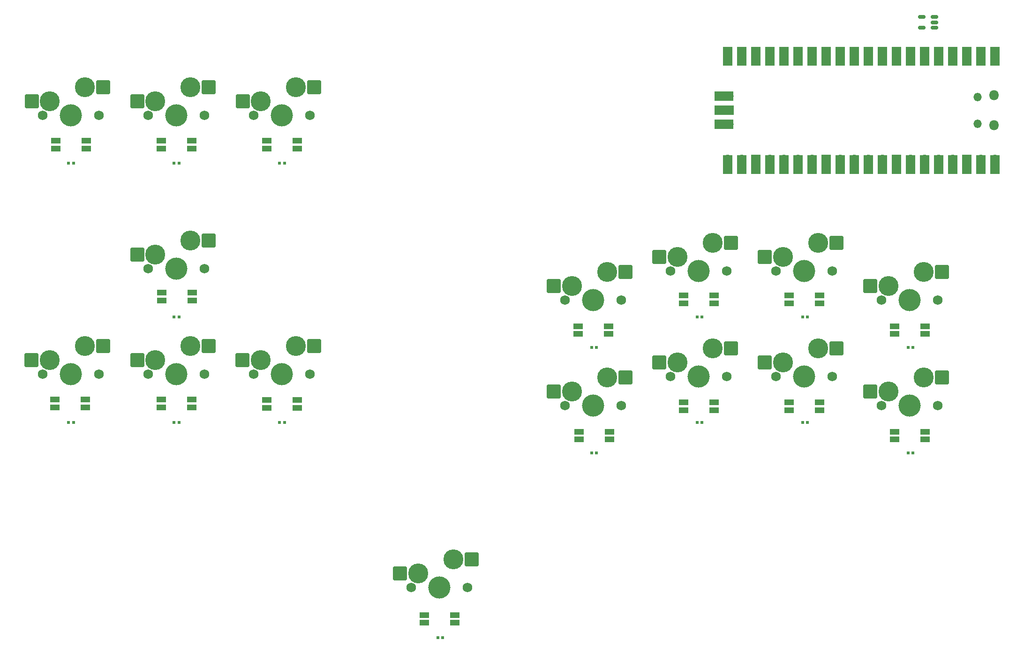
<source format=gbr>
%TF.GenerationSoftware,KiCad,Pcbnew,7.0.5*%
%TF.CreationDate,2023-06-07T01:28:02+08:00*%
%TF.ProjectId,JosEffigy-All-Keyboard-Mixbox,4a6f7345-6666-4696-9779-2d416c6c2d4b,rev?*%
%TF.SameCoordinates,Original*%
%TF.FileFunction,Soldermask,Bot*%
%TF.FilePolarity,Negative*%
%FSLAX46Y46*%
G04 Gerber Fmt 4.6, Leading zero omitted, Abs format (unit mm)*
G04 Created by KiCad (PCBNEW 7.0.5) date 2023-06-07 01:28:02*
%MOMM*%
%LPD*%
G01*
G04 APERTURE LIST*
G04 Aperture macros list*
%AMRoundRect*
0 Rectangle with rounded corners*
0 $1 Rounding radius*
0 $2 $3 $4 $5 $6 $7 $8 $9 X,Y pos of 4 corners*
0 Add a 4 corners polygon primitive as box body*
4,1,4,$2,$3,$4,$5,$6,$7,$8,$9,$2,$3,0*
0 Add four circle primitives for the rounded corners*
1,1,$1+$1,$2,$3*
1,1,$1+$1,$4,$5*
1,1,$1+$1,$6,$7*
1,1,$1+$1,$8,$9*
0 Add four rect primitives between the rounded corners*
20,1,$1+$1,$2,$3,$4,$5,0*
20,1,$1+$1,$4,$5,$6,$7,0*
20,1,$1+$1,$6,$7,$8,$9,0*
20,1,$1+$1,$8,$9,$2,$3,0*%
G04 Aperture macros list end*
%ADD10RoundRect,0.250000X-1.025000X-1.000000X1.025000X-1.000000X1.025000X1.000000X-1.025000X1.000000X0*%
%ADD11C,1.750000*%
%ADD12C,4.000000*%
%ADD13C,3.600000*%
%ADD14R,0.510000X0.600000*%
%ADD15RoundRect,0.150000X0.512500X0.150000X-0.512500X0.150000X-0.512500X-0.150000X0.512500X-0.150000X0*%
%ADD16O,1.800000X1.800000*%
%ADD17O,1.500000X1.500000*%
%ADD18O,1.700000X1.700000*%
%ADD19R,1.700000X3.500000*%
%ADD20R,1.700000X1.700000*%
%ADD21R,3.500000X1.700000*%
%ADD22R,1.700000X1.000000*%
G04 APERTURE END LIST*
D10*
%TO.C,MX3*%
X95256700Y-105415400D03*
D11*
X97261700Y-107955400D03*
D12*
X102341700Y-107955400D03*
D11*
X107421700Y-107955400D03*
D10*
X108183700Y-102875400D03*
D13*
X98531700Y-105415400D03*
X104881700Y-102875400D03*
%TD*%
D14*
%TO.C,C13*%
X159195000Y-103187500D03*
X158305000Y-103187500D03*
%TD*%
%TO.C,C11*%
X197295000Y-116681200D03*
X196405000Y-116681200D03*
%TD*%
D10*
%TO.C,MX6*%
X76258700Y-58737500D03*
D11*
X78263700Y-61277500D03*
D12*
X83343700Y-61277500D03*
D11*
X88423700Y-61277500D03*
D10*
X89185700Y-56197500D03*
D13*
X79533700Y-58737500D03*
X85883700Y-56197500D03*
%TD*%
D10*
%TO.C,MX1*%
X57156800Y-105415400D03*
D11*
X59161800Y-107955400D03*
D12*
X64241800Y-107955400D03*
D11*
X69321800Y-107955400D03*
D10*
X70083800Y-102875400D03*
D13*
X60431800Y-105415400D03*
X66781800Y-102875400D03*
%TD*%
D14*
%TO.C,C9*%
X159195000Y-122237500D03*
X158305000Y-122237500D03*
%TD*%
D10*
%TO.C,MX16*%
X208656200Y-92075000D03*
D11*
X210661200Y-94615000D03*
D12*
X215741200Y-94615000D03*
D11*
X220821200Y-94615000D03*
D10*
X221583200Y-89535000D03*
D13*
X211931200Y-92075000D03*
X218281200Y-89535000D03*
%TD*%
D14*
%TO.C,C4*%
X64738800Y-116681200D03*
X63848800Y-116681200D03*
%TD*%
D10*
%TO.C,MX2*%
X76258800Y-105410000D03*
D11*
X78263800Y-107950000D03*
D12*
X83343800Y-107950000D03*
D11*
X88423800Y-107950000D03*
D10*
X89185800Y-102870000D03*
D13*
X79533800Y-105410000D03*
X85883800Y-102870000D03*
%TD*%
D14*
%TO.C,C14*%
X178245000Y-97631200D03*
X177355000Y-97631200D03*
%TD*%
%TO.C,C5*%
X83788800Y-116681200D03*
X82898800Y-116681200D03*
%TD*%
D10*
%TO.C,MX7*%
X95308700Y-58737500D03*
D11*
X97313700Y-61277500D03*
D12*
X102393700Y-61277500D03*
D11*
X107473700Y-61277500D03*
D10*
X108235700Y-56197500D03*
D13*
X98583700Y-58737500D03*
X104933700Y-56197500D03*
%TD*%
D14*
%TO.C,C12*%
X216345000Y-122237500D03*
X215455000Y-122237500D03*
%TD*%
D10*
%TO.C,MX5*%
X57208700Y-58737500D03*
D11*
X59213700Y-61277500D03*
D12*
X64293700Y-61277500D03*
D11*
X69373700Y-61277500D03*
D10*
X70135700Y-56197500D03*
D13*
X60483700Y-58737500D03*
X66833700Y-56197500D03*
%TD*%
D10*
%TO.C,MX4*%
X76258800Y-86360000D03*
D11*
X78263800Y-88900000D03*
D12*
X83343800Y-88900000D03*
D11*
X88423800Y-88900000D03*
D10*
X89185800Y-83820000D03*
D13*
X79533800Y-86360000D03*
X85883800Y-83820000D03*
%TD*%
D10*
%TO.C,MX12*%
X208656200Y-111125000D03*
D11*
X210661200Y-113665000D03*
D12*
X215741200Y-113665000D03*
D11*
X220821200Y-113665000D03*
D10*
X221583200Y-108585000D03*
D13*
X211931200Y-111125000D03*
X218281200Y-108585000D03*
%TD*%
D10*
%TO.C,MX10*%
X170556200Y-105886200D03*
D11*
X172561200Y-108426200D03*
D12*
X177641200Y-108426200D03*
D11*
X182721200Y-108426200D03*
D10*
X183483200Y-103346200D03*
D13*
X173831200Y-105886200D03*
X180181200Y-103346200D03*
%TD*%
%TO.C,MX8*%
X133350000Y-141446200D03*
X127000000Y-143986200D03*
D10*
X136652000Y-141446200D03*
D11*
X135890000Y-146526200D03*
D12*
X130810000Y-146526200D03*
D11*
X125730000Y-146526200D03*
D10*
X123725000Y-143986200D03*
%TD*%
D14*
%TO.C,C3*%
X64738800Y-69850000D03*
X63848800Y-69850000D03*
%TD*%
%TO.C,C7*%
X130523800Y-155575000D03*
X131413800Y-155575000D03*
%TD*%
D10*
%TO.C,MX14*%
X170556200Y-86836200D03*
D11*
X172561200Y-89376200D03*
D12*
X177641200Y-89376200D03*
D11*
X182721200Y-89376200D03*
D10*
X183483200Y-84296200D03*
D13*
X173831200Y-86836200D03*
X180181200Y-84296200D03*
%TD*%
D10*
%TO.C,MX11*%
X189606200Y-105886200D03*
D11*
X191611200Y-108426200D03*
D12*
X196691200Y-108426200D03*
D11*
X201771200Y-108426200D03*
D10*
X202533200Y-103346200D03*
D13*
X192881200Y-105886200D03*
X199231200Y-103346200D03*
%TD*%
D14*
%TO.C,C6*%
X102838800Y-116681200D03*
X101948800Y-116681200D03*
%TD*%
%TO.C,C2*%
X83788800Y-69850000D03*
X82898800Y-69850000D03*
%TD*%
%TO.C,C10*%
X177355000Y-116681200D03*
X178245000Y-116681200D03*
%TD*%
D10*
%TO.C,MX13*%
X151506200Y-92075000D03*
D11*
X153511200Y-94615000D03*
D12*
X158591200Y-94615000D03*
D11*
X163671200Y-94615000D03*
D10*
X164433200Y-89535000D03*
D13*
X154781200Y-92075000D03*
X161131200Y-89535000D03*
%TD*%
D15*
%TO.C,U2*%
X217937500Y-43500000D03*
X217937500Y-45400000D03*
X220212500Y-45400000D03*
X220212500Y-44450000D03*
X220212500Y-43500000D03*
%TD*%
D14*
%TO.C,C1*%
X102838800Y-69850000D03*
X101948800Y-69850000D03*
%TD*%
D10*
%TO.C,MX15*%
X189606200Y-86836200D03*
D11*
X191611200Y-89376200D03*
D12*
X196691200Y-89376200D03*
D11*
X201771200Y-89376200D03*
D10*
X202533200Y-84296200D03*
D13*
X192881200Y-86836200D03*
X199231200Y-84296200D03*
%TD*%
D14*
%TO.C,C15*%
X197295000Y-97631200D03*
X196405000Y-97631200D03*
%TD*%
%TO.C,C8*%
X82898800Y-97631200D03*
X83788800Y-97631200D03*
%TD*%
%TO.C,C16*%
X216345000Y-103187500D03*
X215455000Y-103187500D03*
%TD*%
D10*
%TO.C,MX9*%
X151506200Y-111125000D03*
D11*
X153511200Y-113665000D03*
D12*
X158591200Y-113665000D03*
D11*
X163671200Y-113665000D03*
D10*
X164433200Y-108585000D03*
D13*
X154781200Y-111125000D03*
X161131200Y-108585000D03*
%TD*%
D16*
%TO.C,U1*%
X231010000Y-63050000D03*
D17*
X227980000Y-62750000D03*
X227980000Y-57900000D03*
D16*
X231010000Y-57600000D03*
D18*
X231140000Y-69215000D03*
D19*
X231140000Y-70115000D03*
D18*
X228600000Y-69215000D03*
D19*
X228600000Y-70115000D03*
D20*
X226060000Y-69215000D03*
D19*
X226060000Y-70115000D03*
D18*
X223520000Y-69215000D03*
D19*
X223520000Y-70115000D03*
D18*
X220980000Y-69215000D03*
D19*
X220980000Y-70115000D03*
D18*
X218440000Y-69215000D03*
D19*
X218440000Y-70115000D03*
D18*
X215900000Y-69215000D03*
D19*
X215900000Y-70115000D03*
D20*
X213360000Y-69215000D03*
D19*
X213360000Y-70115000D03*
D18*
X210820000Y-69215000D03*
D19*
X210820000Y-70115000D03*
D18*
X208280000Y-69215000D03*
D19*
X208280000Y-70115000D03*
D18*
X205740000Y-69215000D03*
D19*
X205740000Y-70115000D03*
D18*
X203200000Y-69215000D03*
D19*
X203200000Y-70115000D03*
D20*
X200660000Y-69215000D03*
D19*
X200660000Y-70115000D03*
D18*
X198120000Y-69215000D03*
D19*
X198120000Y-70115000D03*
D18*
X195580000Y-69215000D03*
D19*
X195580000Y-70115000D03*
D18*
X193040000Y-69215000D03*
D19*
X193040000Y-70115000D03*
D18*
X190500000Y-69215000D03*
D19*
X190500000Y-70115000D03*
D20*
X187960000Y-69215000D03*
D19*
X187960000Y-70115000D03*
D18*
X185420000Y-69215000D03*
D19*
X185420000Y-70115000D03*
D18*
X182880000Y-69215000D03*
D19*
X182880000Y-70115000D03*
D18*
X182880000Y-51435000D03*
D19*
X182880000Y-50535000D03*
D18*
X185420000Y-51435000D03*
D19*
X185420000Y-50535000D03*
D20*
X187960000Y-51435000D03*
D19*
X187960000Y-50535000D03*
D18*
X190500000Y-51435000D03*
D19*
X190500000Y-50535000D03*
D18*
X193040000Y-51435000D03*
D19*
X193040000Y-50535000D03*
D18*
X195580000Y-51435000D03*
D19*
X195580000Y-50535000D03*
D18*
X198120000Y-51435000D03*
D19*
X198120000Y-50535000D03*
D20*
X200660000Y-51435000D03*
D19*
X200660000Y-50535000D03*
D18*
X203200000Y-51435000D03*
D19*
X203200000Y-50535000D03*
D18*
X205740000Y-51435000D03*
D19*
X205740000Y-50535000D03*
D18*
X208280000Y-51435000D03*
D19*
X208280000Y-50535000D03*
D18*
X210820000Y-51435000D03*
D19*
X210820000Y-50535000D03*
D20*
X213360000Y-51435000D03*
D19*
X213360000Y-50535000D03*
D18*
X215900000Y-51435000D03*
D19*
X215900000Y-50535000D03*
D18*
X218440000Y-51435000D03*
D19*
X218440000Y-50535000D03*
D18*
X220980000Y-51435000D03*
D19*
X220980000Y-50535000D03*
D18*
X223520000Y-51435000D03*
D19*
X223520000Y-50535000D03*
D20*
X226060000Y-51435000D03*
D19*
X226060000Y-50535000D03*
D18*
X228600000Y-51435000D03*
D19*
X228600000Y-50535000D03*
D18*
X231140000Y-51435000D03*
D19*
X231140000Y-50535000D03*
D18*
X183110000Y-62865000D03*
D21*
X182210000Y-62865000D03*
D20*
X183110000Y-60325000D03*
D21*
X182210000Y-60325000D03*
D18*
X183110000Y-57785000D03*
D21*
X182210000Y-57785000D03*
%TD*%
D22*
%TO.C,D12*%
X218549900Y-119764000D03*
X218549900Y-118364000D03*
X213049900Y-118364000D03*
X213049900Y-119764000D03*
%TD*%
%TO.C,D7*%
X99643800Y-65848000D03*
X99643800Y-67248000D03*
X105143800Y-67248000D03*
X105143800Y-65848000D03*
%TD*%
%TO.C,D6*%
X80593800Y-65848000D03*
X80593800Y-67248000D03*
X86093800Y-67248000D03*
X86093800Y-65848000D03*
%TD*%
%TO.C,D5*%
X61543800Y-65848000D03*
X61543800Y-67248000D03*
X67043800Y-67248000D03*
X67043800Y-65848000D03*
%TD*%
%TO.C,D9*%
X161562400Y-119764000D03*
X161562400Y-118364000D03*
X156062400Y-118364000D03*
X156062400Y-119764000D03*
%TD*%
%TO.C,D13*%
X161399900Y-99314000D03*
X161399900Y-100714000D03*
X155899900Y-100714000D03*
X155899900Y-99314000D03*
%TD*%
%TO.C,D11*%
X199499900Y-114492000D03*
X199499900Y-113092000D03*
X193999900Y-113092000D03*
X193999900Y-114492000D03*
%TD*%
%TO.C,D10*%
X180449900Y-114492000D03*
X180449900Y-113092000D03*
X174949900Y-113092000D03*
X174949900Y-114492000D03*
%TD*%
%TO.C,D16*%
X213049900Y-99314000D03*
X213049900Y-100714000D03*
X218549900Y-100714000D03*
X218549900Y-99314000D03*
%TD*%
%TO.C,D8*%
X133635700Y-152863400D03*
X133635700Y-151463400D03*
X128135700Y-151463400D03*
X128135700Y-152863400D03*
%TD*%
%TO.C,D4*%
X86214800Y-94665700D03*
X86214800Y-93265700D03*
X80714800Y-93265700D03*
X80714800Y-94665700D03*
%TD*%
%TO.C,D3*%
X105143800Y-114065000D03*
X105143800Y-112665000D03*
X99643800Y-112665000D03*
X99643800Y-114065000D03*
%TD*%
%TO.C,D15*%
X193999900Y-93788000D03*
X193999900Y-95188000D03*
X199499900Y-95188000D03*
X199499900Y-93788000D03*
%TD*%
%TO.C,D1*%
X66910800Y-113969800D03*
X66910800Y-112569800D03*
X61410800Y-112569800D03*
X61410800Y-113969800D03*
%TD*%
%TO.C,D14*%
X174949900Y-93788000D03*
X174949900Y-95188000D03*
X180449900Y-95188000D03*
X180449900Y-93788000D03*
%TD*%
%TO.C,D2*%
X86093800Y-113969800D03*
X86093800Y-112569800D03*
X80593800Y-112569800D03*
X80593800Y-113969800D03*
%TD*%
M02*

</source>
